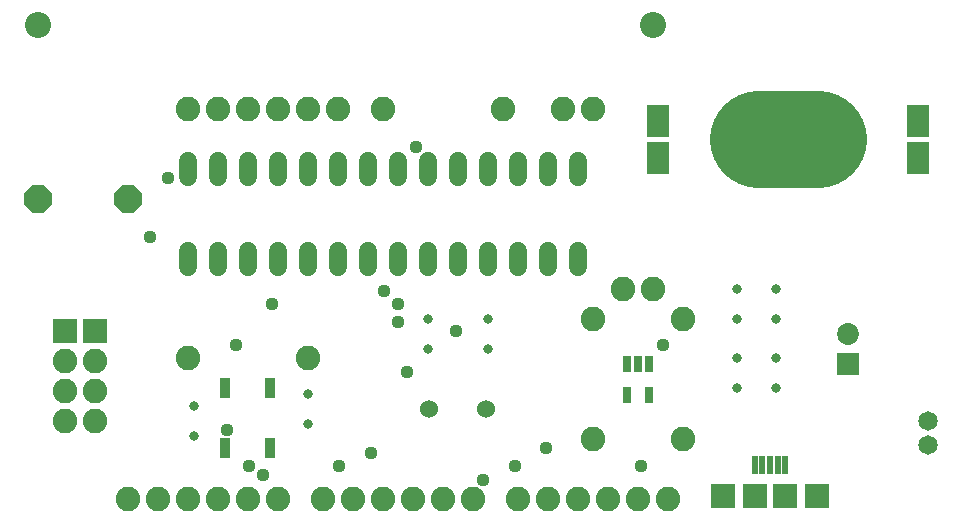
<source format=gts>
G75*
%MOIN*%
%OFA0B0*%
%FSLAX24Y24*%
%IPPOS*%
%LPD*%
%AMOC8*
5,1,8,0,0,1.08239X$1,22.5*
%
%ADD10C,0.0867*%
%ADD11R,0.0780X0.1080*%
%ADD12C,0.3230*%
%ADD13C,0.0730*%
%ADD14R,0.0730X0.0730*%
%ADD15C,0.0316*%
%ADD16C,0.0820*%
%ADD17R,0.0380X0.0680*%
%ADD18C,0.0600*%
%ADD19R,0.0820X0.0820*%
%ADD20R,0.0297X0.0552*%
%ADD21R,0.0218X0.0631*%
%ADD22R,0.0789X0.0828*%
%ADD23R,0.0828X0.0828*%
%ADD24C,0.0650*%
%ADD25OC8,0.0930*%
%ADD26C,0.0600*%
%ADD27C,0.0440*%
D10*
X003880Y018880D03*
X024380Y018880D03*
D11*
X024549Y015690D03*
X024549Y014470D03*
X033211Y014470D03*
X033211Y015690D03*
D12*
X029864Y015080D02*
X027896Y015080D01*
D13*
X030880Y008580D03*
D14*
X030880Y007580D03*
D15*
X028480Y007780D03*
X027180Y007780D03*
X027180Y006780D03*
X028480Y006780D03*
X028480Y009080D03*
X027180Y009080D03*
X027180Y010080D03*
X028480Y010080D03*
X018880Y009080D03*
X018880Y008080D03*
X016880Y008080D03*
X016880Y009080D03*
X012880Y006580D03*
X012880Y005580D03*
X009080Y005180D03*
X009080Y006180D03*
D16*
X006880Y003080D03*
X007880Y003080D03*
X008880Y003080D03*
X009880Y003080D03*
X010880Y003080D03*
X011880Y003080D03*
X013380Y003080D03*
X014380Y003080D03*
X015380Y003080D03*
X016380Y003080D03*
X017380Y003080D03*
X018380Y003080D03*
X019880Y003080D03*
X020880Y003080D03*
X021880Y003080D03*
X022880Y003080D03*
X023880Y003080D03*
X024880Y003080D03*
X025380Y005080D03*
X022380Y005080D03*
X022380Y009080D03*
X023380Y010080D03*
X024380Y010080D03*
X025380Y009080D03*
X022380Y016080D03*
X021380Y016080D03*
X019380Y016080D03*
X015380Y016080D03*
X013880Y016080D03*
X012880Y016080D03*
X011880Y016080D03*
X010880Y016080D03*
X009880Y016080D03*
X008880Y016080D03*
X008880Y007780D03*
X005780Y007680D03*
X004780Y007680D03*
X004780Y006680D03*
X005780Y006680D03*
X005780Y005680D03*
X004780Y005680D03*
X012880Y007780D03*
D17*
X011630Y006780D03*
X010130Y006780D03*
X010130Y004780D03*
X011630Y004780D03*
D18*
X016930Y006080D03*
X018830Y006080D03*
D19*
X005780Y008680D03*
X004780Y008680D03*
D20*
X023506Y007592D03*
X023880Y007592D03*
X024254Y007592D03*
X024254Y006568D03*
X023506Y006568D03*
D21*
X027768Y004223D03*
X028024Y004223D03*
X028280Y004223D03*
X028536Y004223D03*
X028792Y004223D03*
D22*
X029855Y003180D03*
X026705Y003180D03*
D23*
X027780Y003180D03*
X028780Y003180D03*
D24*
X033555Y004886D03*
X033555Y005674D03*
D25*
X006880Y013080D03*
X003880Y013080D03*
D26*
X008880Y013820D02*
X008880Y014340D01*
X009880Y014340D02*
X009880Y013820D01*
X010880Y013820D02*
X010880Y014340D01*
X011880Y014340D02*
X011880Y013820D01*
X012880Y013820D02*
X012880Y014340D01*
X013880Y014340D02*
X013880Y013820D01*
X014880Y013820D02*
X014880Y014340D01*
X015880Y014340D02*
X015880Y013820D01*
X016880Y013820D02*
X016880Y014340D01*
X017880Y014340D02*
X017880Y013820D01*
X018880Y013820D02*
X018880Y014340D01*
X019880Y014340D02*
X019880Y013820D01*
X020880Y013820D02*
X020880Y014340D01*
X021880Y014340D02*
X021880Y013820D01*
X021880Y011340D02*
X021880Y010820D01*
X020880Y010820D02*
X020880Y011340D01*
X019880Y011340D02*
X019880Y010820D01*
X018880Y010820D02*
X018880Y011340D01*
X017880Y011340D02*
X017880Y010820D01*
X016880Y010820D02*
X016880Y011340D01*
X015880Y011340D02*
X015880Y010820D01*
X014880Y010820D02*
X014880Y011340D01*
X013880Y011340D02*
X013880Y010820D01*
X012880Y010820D02*
X012880Y011340D01*
X011880Y011340D02*
X011880Y010820D01*
X010880Y010820D02*
X010880Y011340D01*
X009880Y011340D02*
X009880Y010820D01*
X008880Y010820D02*
X008880Y011340D01*
D27*
X007630Y011830D03*
X008230Y013780D03*
X011680Y009580D03*
X010480Y008230D03*
X010180Y005380D03*
X010930Y004180D03*
X011380Y003880D03*
X013930Y004180D03*
X014980Y004630D03*
X018730Y003730D03*
X019780Y004180D03*
X020830Y004780D03*
X023980Y004180D03*
X024730Y008230D03*
X017830Y008680D03*
X015880Y008980D03*
X015880Y009580D03*
X015430Y010030D03*
X016180Y007330D03*
X016480Y014830D03*
M02*

</source>
